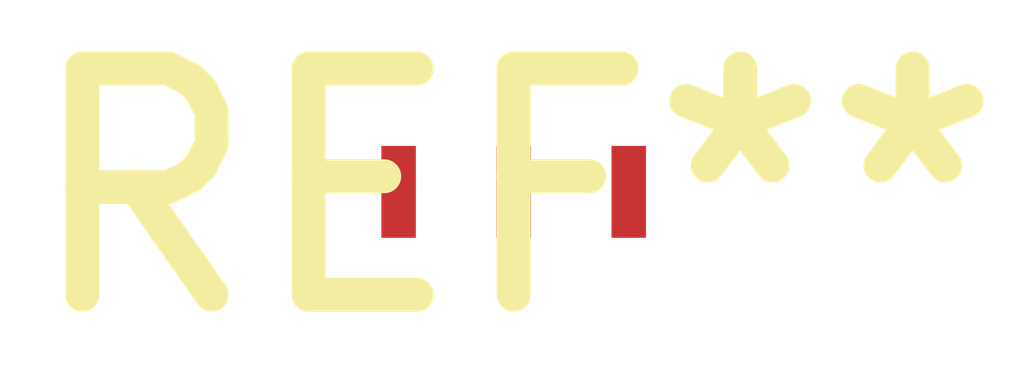
<source format=kicad_pcb>
(kicad_pcb (version 20221018) (generator pcbnew)
  (layers (0 "F.Cu" signal) (31 "B.Cu" signal) (34 "B.Paste" user) (35 "F.Paste" user) (36 "B.SilkS" user "B.Silkscreen") (37 "F.SilkS" user "F.Silkscreen") (38 "B.Mask" user) (39 "F.Mask" user) (44 "Edge.Cuts" user))
  (net 0 "")
  (footprint "footprints:PICOSTAR3_YJK_TEX" (layer "F.Cu") (at 113.3 98.5)
    (fp_text reference "REF**" (at 0 0 unlocked) (layer "F.SilkS"))
    (fp_text value "PICOSTAR3_YJK_TEX" hide)
    (pad "1" smd rect (at -0.508 0) (size 0.1524 0.4064) (layers "F.Cu" "F.Paste" "F.Mask"))
    (pad "2" smd rect (at 0 0) (size 0.1524 0.4064) (layers "F.Cu" "F.Paste" "F.Mask"))
    (pad "3" smd rect (at 0.508 0) (size 0.1524 0.4064) (layers "F.Cu" "F.Paste" "F.Mask"))
  )
)
</source>
